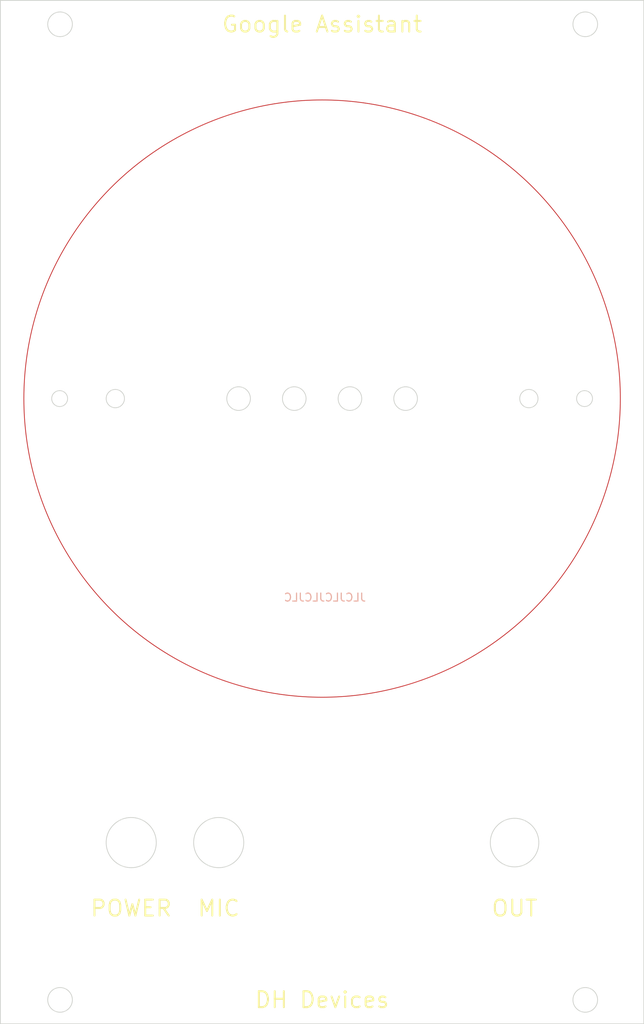
<source format=kicad_pcb>
(kicad_pcb (version 20221018) (generator pcbnew)

  (general
    (thickness 1.6)
  )

  (paper "A4")
  (layers
    (0 "F.Cu" signal)
    (31 "B.Cu" signal)
    (32 "B.Adhes" user "B.Adhesive")
    (33 "F.Adhes" user "F.Adhesive")
    (34 "B.Paste" user)
    (35 "F.Paste" user)
    (36 "B.SilkS" user "B.Silkscreen")
    (37 "F.SilkS" user "F.Silkscreen")
    (38 "B.Mask" user)
    (39 "F.Mask" user)
    (40 "Dwgs.User" user "User.Drawings")
    (41 "Cmts.User" user "User.Comments")
    (42 "Eco1.User" user "User.Eco1")
    (43 "Eco2.User" user "User.Eco2")
    (44 "Edge.Cuts" user)
    (45 "Margin" user)
    (46 "B.CrtYd" user "B.Courtyard")
    (47 "F.CrtYd" user "F.Courtyard")
    (48 "B.Fab" user)
    (49 "F.Fab" user)
    (50 "User.1" user)
    (51 "User.2" user)
    (52 "User.3" user)
    (53 "User.4" user)
    (54 "User.5" user)
    (55 "User.6" user)
    (56 "User.7" user)
    (57 "User.8" user)
    (58 "User.9" user)
  )

  (setup
    (pad_to_mask_clearance 0)
    (pcbplotparams
      (layerselection 0x00010fc_ffffffff)
      (plot_on_all_layers_selection 0x0000000_00000000)
      (disableapertmacros false)
      (usegerberextensions false)
      (usegerberattributes true)
      (usegerberadvancedattributes true)
      (creategerberjobfile true)
      (dashed_line_dash_ratio 12.000000)
      (dashed_line_gap_ratio 3.000000)
      (svgprecision 4)
      (plotframeref false)
      (viasonmask false)
      (mode 1)
      (useauxorigin false)
      (hpglpennumber 1)
      (hpglpenspeed 20)
      (hpglpendiameter 15.000000)
      (dxfpolygonmode true)
      (dxfimperialunits true)
      (dxfusepcbnewfont true)
      (psnegative false)
      (psa4output false)
      (plotreference true)
      (plotvalue true)
      (plotinvisibletext false)
      (sketchpadsonfab false)
      (subtractmaskfromsilk false)
      (outputformat 1)
      (mirror false)
      (drillshape 1)
      (scaleselection 1)
      (outputdirectory "")
    )
  )

  (net 0 "")

  (gr_circle (center 40.45 50) (end 77.95 50)
    (stroke (width 0.1) (type default)) (fill none) (layer "F.Cu") (tstamp 697742ea-30a8-4f60-a493-436092bff95e))
  (gr_rect (start 0.45 10.25) (end 80.45 118.25)
    (stroke (width 0.1) (type default)) (fill none) (layer "Dwgs.User") (tstamp 6b1f7fda-49b2-4dde-b0c1-fdf6833417f8))
  (gr_rect (start 0.45 93.25) (end 80.45 118.25)
    (stroke (width 0.1) (type default)) (fill none) (layer "Dwgs.User") (tstamp cb5cb2e7-bba7-4f7b-a2f7-3554845e207e))
  (gr_circle (center 7.45 50) (end 8.45 50)
    (stroke (width 0.1) (type default)) (fill none) (layer "Edge.Cuts") (tstamp 0c3295c4-b44b-4bab-b424-510f350180c1))
  (gr_circle (center 7.5 3) (end 9.05 3)
    (stroke (width 0.1) (type default)) (fill none) (layer "Edge.Cuts") (tstamp 0c4bef4c-4bd1-4f2e-8e7d-cdfc5b59bceb))
  (gr_circle (center 73.45 50) (end 74.45 50)
    (stroke (width 0.1) (type default)) (fill none) (layer "Edge.Cuts") (tstamp 2f0b5543-cd74-4149-981e-6be371c019ff))
  (gr_circle (center 73.54 125.5) (end 75.09 125.5)
    (stroke (width 0.1) (type default)) (fill none) (layer "Edge.Cuts") (tstamp 334cb86b-94f7-4186-b685-676ff401e6e2))
  (gr_circle (center 64.65 105.75) (end 67.7 105.75)
    (stroke (width 0.1) (type default)) (fill none) (layer "Edge.Cuts") (tstamp 46401709-64de-4039-bb4d-3e56a887f416))
  (gr_circle (center 36.95 50) (end 38.435 50)
    (stroke (width 0.1) (type default)) (fill none) (layer "Edge.Cuts") (tstamp 468b653a-b469-46b4-beb7-5685e8358e56))
  (gr_circle (center 66.45 50) (end 67.6 50)
    (stroke (width 0.1) (type default)) (fill none) (layer "Edge.Cuts") (tstamp 6d0d1f09-ca4e-439c-8fa9-ca6529f570d3))
  (gr_circle (center 50.95 50) (end 52.435 50)
    (stroke (width 0.1) (type default)) (fill none) (layer "Edge.Cuts") (tstamp 77bff934-95e4-48bc-9f31-eddff401e2c8))
  (gr_circle (center 43.95 50) (end 45.435 50)
    (stroke (width 0.1) (type default)) (fill none) (layer "Edge.Cuts") (tstamp 87f17132-c98c-4850-bd46-b461effde5f1))
  (gr_circle (center 7.5 125.5) (end 9.05 125.5)
    (stroke (width 0.1) (type default)) (fill none) (layer "Edge.Cuts") (tstamp aac7d64d-885e-483a-80ed-1b36640bafe4))
  (gr_circle (center 16.45 105.75) (end 19.6 105.75)
    (stroke (width 0.1) (type default)) (fill none) (layer "Edge.Cuts") (tstamp dea1c77e-bb22-4d45-9ffa-5fa3051535d4))
  (gr_circle (center 14.45 50) (end 15.6 50)
    (stroke (width 0.1) (type default)) (fill none) (layer "Edge.Cuts") (tstamp e4adf851-267d-455c-8c0f-a12c38fd7676))
  (gr_rect (start 0 0) (end 80.9 128.5)
    (stroke (width 0.1) (type default)) (fill none) (layer "Edge.Cuts") (tstamp eabc6100-c9e5-435c-8b32-b21a9de077bb))
  (gr_circle (center 27.45 105.75) (end 30.6 105.75)
    (stroke (width 0.1) (type default)) (fill none) (layer "Edge.Cuts") (tstamp f08b7569-73e5-43e8-bb28-a7d306e9e285))
  (gr_circle (center 73.54 3) (end 75.09 3)
    (stroke (width 0.1) (type default)) (fill none) (layer "Edge.Cuts") (tstamp f681b3a4-4d45-42b5-9b8f-16216ac4f9a6))
  (gr_circle (center 29.95 50) (end 31.435 50)
    (stroke (width 0.1) (type default)) (fill none) (layer "Edge.Cuts") (tstamp f79f4c39-f072-495f-bbc4-1ffc56cd0df4))
  (gr_text "JLCJLCJLCJLC" (at 46.05 75.55) (layer "B.SilkS") (tstamp 799cb5d6-e6fd-4b96-9b64-da5def724709)
    (effects (font (size 1 1) (thickness 0.15)) (justify left bottom mirror))
  )
  (gr_text "DH Devices" (at 40.45 125.5) (layer "F.SilkS") (tstamp 408e3588-cc9f-4d24-8268-bd52e28241f3)
    (effects (font (size 2 2) (thickness 0.25)))
  )
  (gr_text "Google Assistant" (at 40.45 3) (layer "F.SilkS") (tstamp 5d3c6061-12fb-45fe-9625-512caf1af562)
    (effects (font (size 2 2) (thickness 0.25)))
  )
  (gr_text "MIC" (at 27.45 114) (layer "F.SilkS") (tstamp 9bb937ce-764d-406e-8857-44836ba3c68e)
    (effects (font (size 2 2) (thickness 0.25)))
  )
  (gr_text "POWER" (at 16.45 114) (layer "F.SilkS") (tstamp c6bec855-a164-471d-8031-10e653bfaf29)
    (effects (font (size 2 2) (thickness 0.25)))
  )
  (gr_text "OUT" (at 64.65 114) (layer "F.SilkS") (tstamp f35027b5-711a-4141-8b6a-1d7ddcd274e5)
    (effects (font (size 2 2) (thickness 0.25)))
  )

)

</source>
